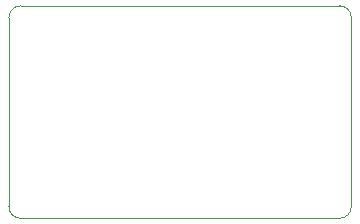
<source format=gbr>
G04 #@! TF.GenerationSoftware,KiCad,Pcbnew,(5.1.2)-2*
G04 #@! TF.CreationDate,2019-11-15T20:20:21+11:00*
G04 #@! TF.ProjectId,BoSL Probe,426f534c-2050-4726-9f62-652e6b696361,rev?*
G04 #@! TF.SameCoordinates,Original*
G04 #@! TF.FileFunction,Profile,NP*
%FSLAX46Y46*%
G04 Gerber Fmt 4.6, Leading zero omitted, Abs format (unit mm)*
G04 Created by KiCad (PCBNEW (5.1.2)-2) date 2019-11-15 20:20:21*
%MOMM*%
%LPD*%
G04 APERTURE LIST*
%ADD10C,0.050000*%
G04 APERTURE END LIST*
D10*
X128000000Y-91000000D02*
G75*
G02X129000000Y-92000000I0J-1000000D01*
G01*
X129000000Y-108000000D02*
G75*
G02X128000000Y-109000000I-1000000J0D01*
G01*
X101000000Y-109000000D02*
G75*
G02X100000000Y-108000000I0J1000000D01*
G01*
X100000000Y-92000000D02*
G75*
G02X101000000Y-91000000I1000000J0D01*
G01*
X129000000Y-92000000D02*
X129000000Y-108000000D01*
X101000000Y-109000000D02*
X128000000Y-109000000D01*
X100000000Y-100000000D02*
X100000000Y-108000000D01*
X101000000Y-91000000D02*
X128000000Y-91000000D01*
X100000000Y-100000000D02*
X100000000Y-92000000D01*
M02*

</source>
